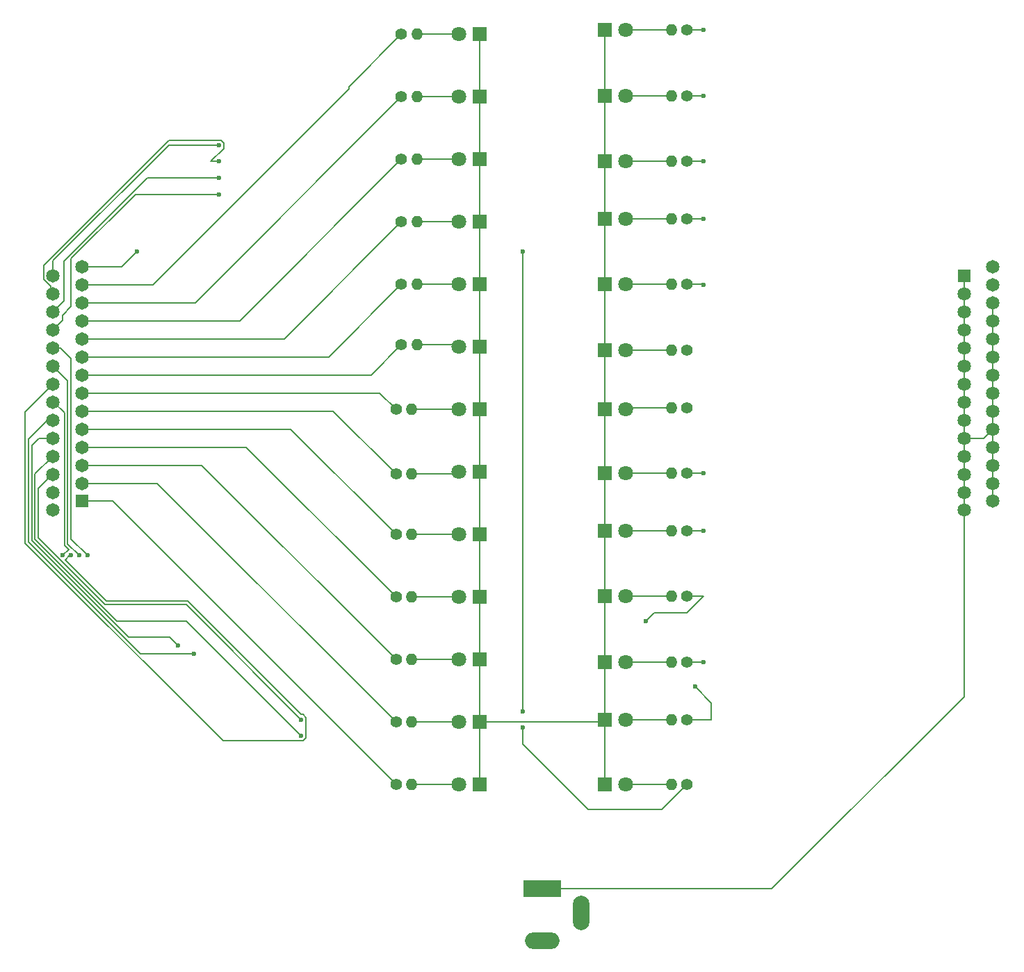
<source format=gbr>
%TF.GenerationSoftware,KiCad,Pcbnew,7.0.7*%
%TF.CreationDate,2023-08-22T14:12:50-05:00*%
%TF.ProjectId,O2 thermistor cable,4f322074-6865-4726-9d69-73746f722063,0*%
%TF.SameCoordinates,Original*%
%TF.FileFunction,Copper,L1,Top*%
%TF.FilePolarity,Positive*%
%FSLAX46Y46*%
G04 Gerber Fmt 4.6, Leading zero omitted, Abs format (unit mm)*
G04 Created by KiCad (PCBNEW 7.0.7) date 2023-08-22 14:12:50*
%MOMM*%
%LPD*%
G01*
G04 APERTURE LIST*
%TA.AperFunction,ComponentPad*%
%ADD10R,4.600000X2.000000*%
%TD*%
%TA.AperFunction,ComponentPad*%
%ADD11O,4.200000X2.000000*%
%TD*%
%TA.AperFunction,ComponentPad*%
%ADD12O,2.000000X4.200000*%
%TD*%
%TA.AperFunction,ComponentPad*%
%ADD13R,1.800000X1.800000*%
%TD*%
%TA.AperFunction,ComponentPad*%
%ADD14C,1.800000*%
%TD*%
%TA.AperFunction,ComponentPad*%
%ADD15C,1.400000*%
%TD*%
%TA.AperFunction,ComponentPad*%
%ADD16O,1.400000X1.400000*%
%TD*%
%TA.AperFunction,ComponentPad*%
%ADD17R,1.650000X1.650000*%
%TD*%
%TA.AperFunction,ComponentPad*%
%ADD18C,1.650000*%
%TD*%
%TA.AperFunction,ViaPad*%
%ADD19C,0.600000*%
%TD*%
%TA.AperFunction,Conductor*%
%ADD20C,0.200000*%
%TD*%
G04 APERTURE END LIST*
D10*
%TO.P,J3,1*%
%TO.N,+5V*%
X119350000Y-134650000D03*
D11*
%TO.P,J3,2*%
%TO.N,GND*%
X119350000Y-140950000D03*
D12*
%TO.P,J3,3*%
%TO.N,N/C*%
X124150000Y-137550000D03*
%TD*%
D13*
%TO.P,D26,1,K*%
%TO.N,GND*%
X127000000Y-30000000D03*
D14*
%TO.P,D26,2,A*%
%TO.N,Net-(D26-A)*%
X129540000Y-30000000D03*
%TD*%
D15*
%TO.P,R6,1*%
%TO.N,Thermistor 7*%
X101600000Y-84070000D03*
D16*
%TO.P,R6,2*%
%TO.N,Net-(D6-A)*%
X103500000Y-84070000D03*
%TD*%
D15*
%TO.P,R19,1*%
%TO.N,Thermistor Ground 3*%
X137000000Y-84000000D03*
D16*
%TO.P,R19,2*%
%TO.N,Net-(D19-A)*%
X135100000Y-84000000D03*
%TD*%
D13*
%TO.P,D24,1,K*%
%TO.N,GND*%
X127000000Y-46000000D03*
D14*
%TO.P,D24,2,A*%
%TO.N,Net-(D24-A)*%
X129540000Y-46000000D03*
%TD*%
D13*
%TO.P,D11,1,K*%
%TO.N,GND*%
X111760000Y-45720000D03*
D14*
%TO.P,D11,2,A*%
%TO.N,Net-(D11-A)*%
X109220000Y-45720000D03*
%TD*%
D13*
%TO.P,D3,1,K*%
%TO.N,GND*%
X111760000Y-106680000D03*
D14*
%TO.P,D3,2,A*%
%TO.N,Net-(D3-A)*%
X109220000Y-106680000D03*
%TD*%
D17*
%TO.P,J2,1,1*%
%TO.N,Remote 1+*%
X63300000Y-87410000D03*
D18*
%TO.P,J2,2,2*%
%TO.N,Remote 1-*%
X63300000Y-85210000D03*
%TO.P,J2,3,3*%
%TO.N,Remote 2+*%
X63300000Y-83010000D03*
%TO.P,J2,4,4*%
%TO.N,Remote 2-*%
X63300000Y-80810000D03*
%TO.P,J2,5,5*%
%TO.N,Thermistor 8*%
X63300000Y-78610000D03*
%TO.P,J2,6,6*%
%TO.N,Thermistor 7*%
X63300000Y-76410000D03*
%TO.P,J2,7,7*%
%TO.N,Thermistor 6*%
X63300000Y-74210000D03*
%TO.P,J2,8,8*%
%TO.N,Thermistor 5*%
X63300000Y-72010000D03*
%TO.P,J2,9,9*%
%TO.N,Thermistor 4*%
X63300000Y-69810000D03*
%TO.P,J2,10,10*%
%TO.N,Thermistor 3*%
X63300000Y-67610000D03*
%TO.P,J2,11,11*%
%TO.N,Thermistor 2*%
X63300000Y-65410000D03*
%TO.P,J2,12,12*%
%TO.N,Thermistor 1*%
X63300000Y-63210000D03*
%TO.P,J2,13,13*%
%TO.N,Current High Channel*%
X63300000Y-61010000D03*
%TO.P,J2,14,14*%
%TO.N,Current Low Channel*%
X63300000Y-58810000D03*
%TO.P,J2,15,15*%
%TO.N,unconnected-(J2-Pad15)*%
X59800000Y-88510000D03*
%TO.P,J2,16,16*%
%TO.N,unconnected-(J2-Pad16)*%
X59800000Y-86310000D03*
%TO.P,J2,17,17*%
%TO.N,Remote 1 Shield*%
X59800000Y-84110000D03*
%TO.P,J2,18,18*%
%TO.N,Remote 2 Shield*%
X59800000Y-81910000D03*
%TO.P,J2,19,19*%
%TO.N,Thermistor Ground 1*%
X59800000Y-79710000D03*
%TO.P,J2,20,20*%
%TO.N,Thermistor Ground 2*%
X59800000Y-77510000D03*
%TO.P,J2,21,21*%
%TO.N,Thermistor Ground 3*%
X59800000Y-75310000D03*
%TO.P,J2,22,22*%
%TO.N,Thermistor Ground 4*%
X59800000Y-73110000D03*
%TO.P,J2,23,23*%
%TO.N,Thermistor Ground 5*%
X59800000Y-70910000D03*
%TO.P,J2,24,24*%
%TO.N,Thermistor Ground 6*%
X59800000Y-68710000D03*
%TO.P,J2,25,25*%
%TO.N,Thermistor Ground 7*%
X59800000Y-66510000D03*
%TO.P,J2,26,26*%
%TO.N,Thermistor Ground 8*%
X59800000Y-64310000D03*
%TO.P,J2,27,27*%
%TO.N,Current Ground*%
X59800000Y-62110000D03*
%TO.P,J2,28,28*%
%TO.N,Current Sensor PWR (+5V)*%
X59800000Y-59910000D03*
%TD*%
D13*
%TO.P,D12,1,K*%
%TO.N,GND*%
X111760000Y-38100000D03*
D14*
%TO.P,D12,2,A*%
%TO.N,Net-(D12-A)*%
X109220000Y-38100000D03*
%TD*%
D15*
%TO.P,R1,1*%
%TO.N,Remote 1+*%
X101600000Y-121920000D03*
D16*
%TO.P,R1,2*%
%TO.N,Net-(D1-A)*%
X103500000Y-121920000D03*
%TD*%
D13*
%TO.P,D8,1,K*%
%TO.N,GND*%
X111760000Y-68580000D03*
D14*
%TO.P,D8,2,A*%
%TO.N,Net-(D8-A)*%
X109220000Y-68580000D03*
%TD*%
D13*
%TO.P,D4,1,K*%
%TO.N,GND*%
X111760000Y-99060000D03*
D14*
%TO.P,D4,2,A*%
%TO.N,Net-(D4-A)*%
X109220000Y-99060000D03*
%TD*%
D15*
%TO.P,R18,1*%
%TO.N,Thermistor Ground 2*%
X137000000Y-91000000D03*
D16*
%TO.P,R18,2*%
%TO.N,Net-(D18-A)*%
X135100000Y-91000000D03*
%TD*%
D15*
%TO.P,R10,1*%
%TO.N,Thermistor 3*%
X102240000Y-53340000D03*
D16*
%TO.P,R10,2*%
%TO.N,Net-(D10-A)*%
X104140000Y-53340000D03*
%TD*%
D13*
%TO.P,D1,1,K*%
%TO.N,GND*%
X111760000Y-121920000D03*
D14*
%TO.P,D1,2,A*%
%TO.N,Net-(D1-A)*%
X109220000Y-121920000D03*
%TD*%
D13*
%TO.P,D6,1,K*%
%TO.N,GND*%
X111760000Y-83820000D03*
D14*
%TO.P,D6,2,A*%
%TO.N,Net-(D6-A)*%
X109220000Y-83820000D03*
%TD*%
D13*
%TO.P,D5,1,K*%
%TO.N,GND*%
X111760000Y-91440000D03*
D14*
%TO.P,D5,2,A*%
%TO.N,Net-(D5-A)*%
X109220000Y-91440000D03*
%TD*%
D13*
%TO.P,D10,1,K*%
%TO.N,GND*%
X111760000Y-53340000D03*
D14*
%TO.P,D10,2,A*%
%TO.N,Net-(D10-A)*%
X109220000Y-53340000D03*
%TD*%
D13*
%TO.P,D18,1,K*%
%TO.N,GND*%
X127000000Y-91000000D03*
D14*
%TO.P,D18,2,A*%
%TO.N,Net-(D18-A)*%
X129540000Y-91000000D03*
%TD*%
D13*
%TO.P,D17,1,K*%
%TO.N,GND*%
X127000000Y-99000000D03*
D14*
%TO.P,D17,2,A*%
%TO.N,Net-(D17-A)*%
X129540000Y-99000000D03*
%TD*%
D15*
%TO.P,R25,1*%
%TO.N,Current Ground*%
X137000000Y-38000000D03*
D16*
%TO.P,R25,2*%
%TO.N,Net-(D25-A)*%
X135100000Y-38000000D03*
%TD*%
D15*
%TO.P,R23,1*%
%TO.N,Thermistor Ground 7*%
X137000000Y-53000000D03*
D16*
%TO.P,R23,2*%
%TO.N,Net-(D23-A)*%
X135100000Y-53000000D03*
%TD*%
D15*
%TO.P,R3,1*%
%TO.N,Remote 2+*%
X101600000Y-106680000D03*
D16*
%TO.P,R3,2*%
%TO.N,Net-(D3-A)*%
X103500000Y-106680000D03*
%TD*%
D13*
%TO.P,D22,1,K*%
%TO.N,GND*%
X127000000Y-60960000D03*
D14*
%TO.P,D22,2,A*%
%TO.N,Net-(D22-A)*%
X129540000Y-60960000D03*
%TD*%
D15*
%TO.P,R13,1*%
%TO.N,Current High Channel*%
X102240000Y-30480000D03*
D16*
%TO.P,R13,2*%
%TO.N,Net-(D13-A)*%
X104140000Y-30480000D03*
%TD*%
D15*
%TO.P,R4,1*%
%TO.N,Remote 2-*%
X101600000Y-99060000D03*
D16*
%TO.P,R4,2*%
%TO.N,Net-(D4-A)*%
X103500000Y-99060000D03*
%TD*%
D13*
%TO.P,D14,1,K*%
%TO.N,GND*%
X127000000Y-121920000D03*
D14*
%TO.P,D14,2,A*%
%TO.N,Net-(D14-A)*%
X129540000Y-121920000D03*
%TD*%
D13*
%TO.P,D7,1,K*%
%TO.N,GND*%
X111760000Y-76200000D03*
D14*
%TO.P,D7,2,A*%
%TO.N,Net-(D7-A)*%
X109220000Y-76200000D03*
%TD*%
D17*
%TO.P,J1,1,1*%
%TO.N,+5V*%
X170762500Y-59910000D03*
D18*
%TO.P,J1,2,2*%
X170762500Y-62110000D03*
%TO.P,J1,3,3*%
X170762500Y-64310000D03*
%TO.P,J1,4,4*%
X170762500Y-66510000D03*
%TO.P,J1,5,5*%
X170762500Y-68710000D03*
%TO.P,J1,6,6*%
X170762500Y-70910000D03*
%TO.P,J1,7,7*%
X170762500Y-73110000D03*
%TO.P,J1,8,8*%
X170762500Y-75310000D03*
%TO.P,J1,9,9*%
X170762500Y-77510000D03*
%TO.P,J1,10,10*%
X170762500Y-79710000D03*
%TO.P,J1,11,11*%
X170762500Y-81910000D03*
%TO.P,J1,12,12*%
X170762500Y-84110000D03*
%TO.P,J1,13,13*%
X170762500Y-86310000D03*
%TO.P,J1,14,14*%
X170762500Y-88510000D03*
%TO.P,J1,15,15*%
%TO.N,unconnected-(J1-Pad15)*%
X174262500Y-58810000D03*
%TO.P,J1,16,16*%
%TO.N,unconnected-(J1-Pad16)*%
X174262500Y-61010000D03*
%TO.P,J1,17,17*%
%TO.N,+5V*%
X174262500Y-63210000D03*
%TO.P,J1,18,18*%
X174262500Y-65410000D03*
%TO.P,J1,19,19*%
X174262500Y-67610000D03*
%TO.P,J1,20,20*%
X174262500Y-69810000D03*
%TO.P,J1,21,21*%
X174262500Y-72010000D03*
%TO.P,J1,22,22*%
X174262500Y-74210000D03*
%TO.P,J1,23,23*%
X174262500Y-76410000D03*
%TO.P,J1,24,24*%
X174262500Y-78610000D03*
%TO.P,J1,25,25*%
X174262500Y-80810000D03*
%TO.P,J1,26,26*%
X174262500Y-83010000D03*
%TO.P,J1,27,27*%
X174262500Y-85210000D03*
%TO.P,J1,28,28*%
X174262500Y-87410000D03*
%TD*%
D13*
%TO.P,D25,1,K*%
%TO.N,GND*%
X127000000Y-38000000D03*
D14*
%TO.P,D25,2,A*%
%TO.N,Net-(D25-A)*%
X129540000Y-38000000D03*
%TD*%
D13*
%TO.P,D21,1,K*%
%TO.N,GND*%
X127000000Y-69000000D03*
D14*
%TO.P,D21,2,A*%
%TO.N,Net-(D21-A)*%
X129540000Y-69000000D03*
%TD*%
D15*
%TO.P,R15,1*%
%TO.N,Remote 1 Shield*%
X137000000Y-114000000D03*
D16*
%TO.P,R15,2*%
%TO.N,Net-(D15-A)*%
X135100000Y-114000000D03*
%TD*%
D15*
%TO.P,R17,1*%
%TO.N,Thermistor Ground 1*%
X137000000Y-99000000D03*
D16*
%TO.P,R17,2*%
%TO.N,Net-(D17-A)*%
X135100000Y-99000000D03*
%TD*%
D15*
%TO.P,R12,1*%
%TO.N,Thermistor 1*%
X102240000Y-38100000D03*
D16*
%TO.P,R12,2*%
%TO.N,Net-(D12-A)*%
X104140000Y-38100000D03*
%TD*%
D13*
%TO.P,D2,1,K*%
%TO.N,GND*%
X111760000Y-114300000D03*
D14*
%TO.P,D2,2,A*%
%TO.N,Net-(D2-A)*%
X109220000Y-114300000D03*
%TD*%
D13*
%TO.P,D15,1,K*%
%TO.N,GND*%
X127000000Y-114000000D03*
D14*
%TO.P,D15,2,A*%
%TO.N,Net-(D15-A)*%
X129540000Y-114000000D03*
%TD*%
D15*
%TO.P,R21,1*%
%TO.N,Thermistor Ground 5*%
X137000000Y-69000000D03*
D16*
%TO.P,R21,2*%
%TO.N,Net-(D21-A)*%
X135100000Y-69000000D03*
%TD*%
D13*
%TO.P,D20,1,K*%
%TO.N,GND*%
X127000000Y-76200000D03*
D14*
%TO.P,D20,2,A*%
%TO.N,Net-(D20-A)*%
X129540000Y-76200000D03*
%TD*%
D15*
%TO.P,R16,1*%
%TO.N,Remote 2 Shield*%
X137000000Y-107000000D03*
D16*
%TO.P,R16,2*%
%TO.N,Net-(D16-A)*%
X135100000Y-107000000D03*
%TD*%
D13*
%TO.P,D19,1,K*%
%TO.N,GND*%
X127000000Y-84000000D03*
D14*
%TO.P,D19,2,A*%
%TO.N,Net-(D19-A)*%
X129540000Y-84000000D03*
%TD*%
D15*
%TO.P,R5,1*%
%TO.N,Thermistor 8*%
X101600000Y-91440000D03*
D16*
%TO.P,R5,2*%
%TO.N,Net-(D5-A)*%
X103500000Y-91440000D03*
%TD*%
D15*
%TO.P,R20,1*%
%TO.N,Thermistor Ground 4*%
X137000000Y-76000000D03*
D16*
%TO.P,R20,2*%
%TO.N,Net-(D20-A)*%
X135100000Y-76000000D03*
%TD*%
D15*
%TO.P,R22,1*%
%TO.N,Thermistor Ground 6*%
X137000000Y-60960000D03*
D16*
%TO.P,R22,2*%
%TO.N,Net-(D22-A)*%
X135100000Y-60960000D03*
%TD*%
D15*
%TO.P,R26,1*%
%TO.N,Current Sensor PWR (+5V)*%
X137000000Y-30000000D03*
D16*
%TO.P,R26,2*%
%TO.N,Net-(D26-A)*%
X135100000Y-30000000D03*
%TD*%
D15*
%TO.P,R7,1*%
%TO.N,Thermistor 6*%
X101600000Y-76200000D03*
D16*
%TO.P,R7,2*%
%TO.N,Net-(D7-A)*%
X103500000Y-76200000D03*
%TD*%
D13*
%TO.P,D23,1,K*%
%TO.N,GND*%
X127000000Y-53000000D03*
D14*
%TO.P,D23,2,A*%
%TO.N,Net-(D23-A)*%
X129540000Y-53000000D03*
%TD*%
D15*
%TO.P,R11,1*%
%TO.N,Thermistor 2*%
X102240000Y-45720000D03*
D16*
%TO.P,R11,2*%
%TO.N,Net-(D11-A)*%
X104140000Y-45720000D03*
%TD*%
D15*
%TO.P,R2,1*%
%TO.N,Remote 1-*%
X101600000Y-114300000D03*
D16*
%TO.P,R2,2*%
%TO.N,Net-(D2-A)*%
X103500000Y-114300000D03*
%TD*%
D15*
%TO.P,R9,1*%
%TO.N,Thermistor 4*%
X102240000Y-60960000D03*
D16*
%TO.P,R9,2*%
%TO.N,Net-(D9-A)*%
X104140000Y-60960000D03*
%TD*%
D15*
%TO.P,R24,1*%
%TO.N,Thermistor Ground 8*%
X137000000Y-46000000D03*
D16*
%TO.P,R24,2*%
%TO.N,Net-(D24-A)*%
X135100000Y-46000000D03*
%TD*%
D13*
%TO.P,D9,1,K*%
%TO.N,GND*%
X111760000Y-60960000D03*
D14*
%TO.P,D9,2,A*%
%TO.N,Net-(D9-A)*%
X109220000Y-60960000D03*
%TD*%
D13*
%TO.P,D13,1,K*%
%TO.N,GND*%
X111760000Y-30480000D03*
D14*
%TO.P,D13,2,A*%
%TO.N,Net-(D13-A)*%
X109220000Y-30480000D03*
%TD*%
D13*
%TO.P,D16,1,K*%
%TO.N,GND*%
X127000000Y-107000000D03*
D14*
%TO.P,D16,2,A*%
%TO.N,Net-(D16-A)*%
X129540000Y-107000000D03*
%TD*%
D15*
%TO.P,R8,1*%
%TO.N,Thermistor 5*%
X102240000Y-68320000D03*
D16*
%TO.P,R8,2*%
%TO.N,Net-(D8-A)*%
X104140000Y-68320000D03*
%TD*%
D15*
%TO.P,R14,1*%
%TO.N,Current Low Channel*%
X137000000Y-121920000D03*
D16*
%TO.P,R14,2*%
%TO.N,Net-(D14-A)*%
X135100000Y-121920000D03*
%TD*%
D19*
%TO.N,Current Low Channel*%
X117000000Y-113000000D03*
X117000000Y-57000000D03*
X70000000Y-57000000D03*
X117000000Y-115000000D03*
%TO.N,Current Ground*%
X139000000Y-38000000D03*
X80000000Y-46000000D03*
%TO.N,Thermistor Ground 8*%
X139000000Y-46000000D03*
X80000000Y-48000000D03*
%TO.N,Thermistor Ground 7*%
X80000000Y-50000000D03*
X139000000Y-53000000D03*
%TO.N,Thermistor Ground 6*%
X139000000Y-61000000D03*
X64000000Y-94000000D03*
%TO.N,Thermistor Ground 5*%
X63000000Y-94000000D03*
%TO.N,Thermistor Ground 4*%
X62000000Y-94000000D03*
%TO.N,Thermistor Ground 3*%
X139000000Y-84000000D03*
X61000000Y-94000000D03*
%TO.N,Thermistor Ground 2*%
X139000000Y-91000000D03*
X77000000Y-106000000D03*
%TO.N,Thermistor Ground 1*%
X132000000Y-102000000D03*
X75000000Y-105000000D03*
%TO.N,Remote 2 Shield*%
X139000000Y-107000000D03*
X90000000Y-116000000D03*
%TO.N,Remote 1 Shield*%
X90000000Y-114000000D03*
X138000000Y-110000000D03*
%TO.N,Current Sensor PWR (+5V)*%
X80000000Y-44000000D03*
X139000000Y-30000000D03*
%TD*%
D20*
%TO.N,GND*%
X111760000Y-114300000D02*
X127000000Y-114300000D01*
X127000000Y-107000000D02*
X127000000Y-114000000D01*
X127000000Y-99000000D02*
X127000000Y-107000000D01*
X127000000Y-30000000D02*
X127000000Y-99000000D01*
X111760000Y-30480000D02*
X111760000Y-121920000D01*
X127000000Y-114000000D02*
X127000000Y-121920000D01*
%TO.N,Net-(D1-A)*%
X103500000Y-121920000D02*
X109220000Y-121920000D01*
%TO.N,Net-(D2-A)*%
X103500000Y-114300000D02*
X109220000Y-114300000D01*
%TO.N,Net-(D3-A)*%
X103500000Y-106680000D02*
X109220000Y-106680000D01*
%TO.N,Net-(D4-A)*%
X103500000Y-99060000D02*
X109220000Y-99060000D01*
%TO.N,Net-(D5-A)*%
X103500000Y-91440000D02*
X109220000Y-91440000D01*
%TO.N,Net-(D6-A)*%
X108970000Y-84070000D02*
X109220000Y-83820000D01*
X103500000Y-84070000D02*
X108970000Y-84070000D01*
%TO.N,Net-(D7-A)*%
X103500000Y-76200000D02*
X109220000Y-76200000D01*
%TO.N,Net-(D8-A)*%
X104140000Y-68320000D02*
X108960000Y-68320000D01*
X108960000Y-68320000D02*
X109220000Y-68580000D01*
%TO.N,Net-(D9-A)*%
X104140000Y-60960000D02*
X109220000Y-60960000D01*
%TO.N,Net-(D10-A)*%
X104140000Y-53340000D02*
X109220000Y-53340000D01*
%TO.N,Net-(D11-A)*%
X104140000Y-45720000D02*
X109220000Y-45720000D01*
%TO.N,Net-(D12-A)*%
X104140000Y-38100000D02*
X109220000Y-38100000D01*
%TO.N,Net-(D13-A)*%
X104140000Y-30480000D02*
X109220000Y-30480000D01*
%TO.N,Net-(D14-A)*%
X129540000Y-121920000D02*
X135100000Y-121920000D01*
%TO.N,Net-(D15-A)*%
X129540000Y-114000000D02*
X135100000Y-114000000D01*
%TO.N,Net-(D16-A)*%
X129540000Y-107000000D02*
X135100000Y-107000000D01*
%TO.N,Net-(D17-A)*%
X129540000Y-99000000D02*
X135100000Y-99000000D01*
%TO.N,Net-(D18-A)*%
X135100000Y-91000000D02*
X129540000Y-91000000D01*
%TO.N,Net-(D19-A)*%
X129540000Y-84000000D02*
X135100000Y-84000000D01*
%TO.N,Net-(D20-A)*%
X129740000Y-76000000D02*
X129540000Y-76200000D01*
X135100000Y-76000000D02*
X129740000Y-76000000D01*
%TO.N,Net-(D21-A)*%
X135100000Y-69000000D02*
X129540000Y-69000000D01*
%TO.N,Net-(D22-A)*%
X129540000Y-60960000D02*
X135100000Y-60960000D01*
%TO.N,Net-(D23-A)*%
X135100000Y-53000000D02*
X129540000Y-53000000D01*
%TO.N,Net-(D24-A)*%
X129540000Y-46000000D02*
X135100000Y-46000000D01*
%TO.N,Net-(D25-A)*%
X135100000Y-38000000D02*
X129540000Y-38000000D01*
%TO.N,Net-(D26-A)*%
X129540000Y-30000000D02*
X135100000Y-30000000D01*
%TO.N,+5V*%
X170762500Y-88510000D02*
X170762500Y-111237500D01*
X170762500Y-59910000D02*
X170762500Y-88510000D01*
X173162500Y-79710000D02*
X174262500Y-78610000D01*
X170762500Y-79710000D02*
X173162500Y-79710000D01*
X170762500Y-111237500D02*
X147350000Y-134650000D01*
X174262500Y-63210000D02*
X174262500Y-87410000D01*
X147350000Y-134650000D02*
X119350000Y-134650000D01*
%TO.N,Current Low Channel*%
X117000000Y-57000000D02*
X117000000Y-113000000D01*
X133920000Y-125000000D02*
X137000000Y-121920000D01*
X117000000Y-115000000D02*
X117000000Y-117000000D01*
X68190000Y-58810000D02*
X70000000Y-57000000D01*
X117000000Y-117000000D02*
X125000000Y-125000000D01*
X125000000Y-125000000D02*
X133920000Y-125000000D01*
X62640000Y-58810000D02*
X68190000Y-58810000D01*
%TO.N,Current High Channel*%
X95820000Y-37180000D02*
X95820000Y-36900000D01*
X95820000Y-36900000D02*
X102240000Y-30480000D01*
X71990000Y-61010000D02*
X95820000Y-37180000D01*
X62640000Y-61010000D02*
X71990000Y-61010000D01*
%TO.N,Thermistor 1*%
X62640000Y-63210000D02*
X77130000Y-63210000D01*
X77130000Y-63210000D02*
X102240000Y-38100000D01*
%TO.N,Thermistor 2*%
X82550000Y-65410000D02*
X102240000Y-45720000D01*
X62640000Y-65410000D02*
X82550000Y-65410000D01*
%TO.N,Thermistor 3*%
X87970000Y-67610000D02*
X102240000Y-53340000D01*
X62640000Y-67610000D02*
X87970000Y-67610000D01*
%TO.N,Thermistor 4*%
X93390000Y-69810000D02*
X102240000Y-60960000D01*
X62640000Y-69810000D02*
X93390000Y-69810000D01*
%TO.N,Thermistor 5*%
X98550000Y-72010000D02*
X102240000Y-68320000D01*
X62640000Y-72010000D02*
X98550000Y-72010000D01*
%TO.N,Thermistor 6*%
X99610000Y-74210000D02*
X101600000Y-76200000D01*
X62640000Y-74210000D02*
X99610000Y-74210000D01*
%TO.N,Thermistor 7*%
X93940000Y-76410000D02*
X101600000Y-84070000D01*
X62640000Y-76410000D02*
X93940000Y-76410000D01*
%TO.N,Thermistor 8*%
X88770000Y-78610000D02*
X101600000Y-91440000D01*
X62640000Y-78610000D02*
X88770000Y-78610000D01*
%TO.N,Remote 2-*%
X83350000Y-80810000D02*
X101600000Y-99060000D01*
X62640000Y-80810000D02*
X83350000Y-80810000D01*
%TO.N,Remote 2+*%
X62640000Y-83010000D02*
X77930000Y-83010000D01*
X77930000Y-83010000D02*
X101600000Y-106680000D01*
%TO.N,Remote 1-*%
X72510000Y-85210000D02*
X101600000Y-114300000D01*
X62640000Y-85210000D02*
X72510000Y-85210000D01*
%TO.N,Remote 1+*%
X62640000Y-87410000D02*
X67090000Y-87410000D01*
X67090000Y-87410000D02*
X101600000Y-121920000D01*
%TO.N,Current Ground*%
X58675000Y-58642589D02*
X73917589Y-43400000D01*
X139000000Y-38000000D02*
X137000000Y-38000000D01*
X80600000Y-44400000D02*
X79000000Y-46000000D01*
X73917589Y-43400000D02*
X80248529Y-43400000D01*
X59494009Y-61804009D02*
X59494009Y-61195000D01*
X79000000Y-46000000D02*
X80000000Y-46000000D01*
X59140000Y-62110000D02*
X59800000Y-62110000D01*
X59494009Y-61195000D02*
X58675000Y-60375991D01*
X59800000Y-62110000D02*
X59494009Y-61804009D01*
X80248529Y-43400000D02*
X80600000Y-43751471D01*
X58675000Y-60375991D02*
X58675000Y-58642589D01*
X80600000Y-43751471D02*
X80600000Y-44400000D01*
%TO.N,Thermistor Ground 8*%
X61115000Y-62995000D02*
X61115000Y-58178323D01*
X71293323Y-48000000D02*
X80000000Y-48000000D01*
X61115000Y-58178323D02*
X71293323Y-48000000D01*
X139000000Y-46000000D02*
X137000000Y-46000000D01*
X59800000Y-64310000D02*
X61115000Y-62995000D01*
%TO.N,Thermistor Ground 7*%
X139000000Y-53000000D02*
X137000000Y-53000000D01*
X60925000Y-64725000D02*
X62000000Y-63650000D01*
X69859009Y-50000000D02*
X80000000Y-50000000D01*
X59800000Y-66510000D02*
X60925000Y-65385000D01*
X60925000Y-65385000D02*
X60925000Y-64725000D01*
X62000000Y-57859009D02*
X69859009Y-50000000D01*
X62000000Y-63650000D02*
X62000000Y-57859009D01*
%TO.N,Thermistor Ground 6*%
X138960000Y-60960000D02*
X137000000Y-60960000D01*
X59800000Y-68710000D02*
X60710000Y-68710000D01*
X139000000Y-61000000D02*
X138960000Y-60960000D01*
X62000000Y-70000000D02*
X62000000Y-92000000D01*
X62000000Y-92000000D02*
X64000000Y-94000000D01*
X60710000Y-68710000D02*
X62000000Y-70000000D01*
%TO.N,Thermistor Ground 5*%
X61600000Y-92600000D02*
X63000000Y-94000000D01*
X59800000Y-70910000D02*
X61600000Y-72710000D01*
X61600000Y-72710000D02*
X61600000Y-92600000D01*
%TO.N,Thermistor Ground 4*%
X56415000Y-92526270D02*
X80488730Y-116600000D01*
X76165685Y-99600000D02*
X66317157Y-99600000D01*
X56415000Y-76495000D02*
X56415000Y-92526270D01*
X61848529Y-94000000D02*
X62000000Y-94000000D01*
X90600000Y-116248529D02*
X90600000Y-113751471D01*
X80488730Y-116600000D02*
X90248529Y-116600000D01*
X90600000Y-113751471D02*
X90248529Y-113400000D01*
X89965686Y-113400000D02*
X76165685Y-99600000D01*
X90248529Y-113400000D02*
X89965686Y-113400000D01*
X90248529Y-116600000D02*
X90600000Y-116248529D01*
X66317157Y-99600000D02*
X61282843Y-94565686D01*
X59800000Y-73110000D02*
X56415000Y-76495000D01*
X61282843Y-94565686D02*
X61848529Y-94000000D01*
%TO.N,Thermistor Ground 3*%
X61200000Y-92765686D02*
X61717157Y-93282843D01*
X61200000Y-76635000D02*
X61200000Y-92765686D01*
X61717157Y-93282843D02*
X61000000Y-94000000D01*
X59875000Y-75310000D02*
X61200000Y-76635000D01*
X59800000Y-75310000D02*
X59875000Y-75310000D01*
X139000000Y-84000000D02*
X137000000Y-84000000D01*
%TO.N,Thermistor Ground 2*%
X77000000Y-106000000D02*
X70454416Y-106000000D01*
X70454416Y-106000000D02*
X56815000Y-92360584D01*
X139000000Y-91000000D02*
X137000000Y-91000000D01*
X59140000Y-77510000D02*
X59800000Y-77510000D01*
X56815000Y-79835000D02*
X59140000Y-77510000D01*
X56815000Y-92360584D02*
X56815000Y-79835000D01*
%TO.N,Thermistor Ground 1*%
X69020101Y-104000000D02*
X57215000Y-92194899D01*
X132000000Y-102000000D02*
X133000000Y-101000000D01*
X57215000Y-80570000D02*
X58075000Y-79710000D01*
X58075000Y-79710000D02*
X59800000Y-79710000D01*
X133000000Y-101000000D02*
X137000000Y-101000000D01*
X137000000Y-101000000D02*
X139000000Y-99000000D01*
X139000000Y-99000000D02*
X137000000Y-99000000D01*
X74000000Y-104000000D02*
X69020101Y-104000000D01*
X75000000Y-105000000D02*
X74000000Y-104000000D01*
X57215000Y-92194899D02*
X57215000Y-80570000D01*
%TO.N,Remote 2 Shield*%
X139000000Y-107000000D02*
X137000000Y-107000000D01*
X57615000Y-92029214D02*
X57615000Y-84044009D01*
X76000000Y-102000000D02*
X67585786Y-102000000D01*
X59749009Y-81910000D02*
X59800000Y-81910000D01*
X57615000Y-84044009D02*
X59749009Y-81910000D01*
X90000000Y-116000000D02*
X76000000Y-102000000D01*
X67585786Y-102000000D02*
X57615000Y-92029214D01*
%TO.N,Remote 1 Shield*%
X140000000Y-114000000D02*
X140000000Y-112000000D01*
X59140000Y-84719009D02*
X59140000Y-84110000D01*
X90000000Y-114000000D02*
X76000000Y-100000000D01*
X76000000Y-100000000D02*
X66151471Y-100000000D01*
X58015000Y-91863529D02*
X58015000Y-85844009D01*
X58015000Y-85844009D02*
X59140000Y-84719009D01*
X66151471Y-100000000D02*
X58015000Y-91863529D01*
X140000000Y-114000000D02*
X137000000Y-114000000D01*
X140000000Y-112000000D02*
X138000000Y-110000000D01*
%TO.N,Current Sensor PWR (+5V)*%
X73883274Y-44000000D02*
X80000000Y-44000000D01*
X59800000Y-58083274D02*
X73883274Y-44000000D01*
X139000000Y-30000000D02*
X137000000Y-30000000D01*
X59800000Y-59910000D02*
X59800000Y-58083274D01*
%TD*%
M02*

</source>
